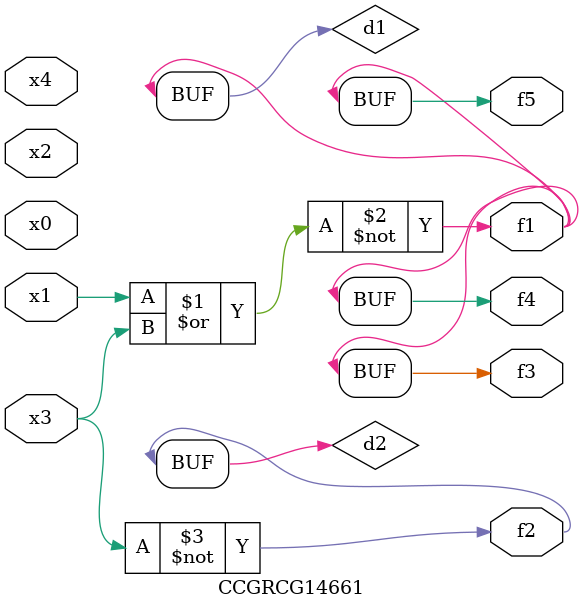
<source format=v>
module CCGRCG14661(
	input x0, x1, x2, x3, x4,
	output f1, f2, f3, f4, f5
);

	wire d1, d2;

	nor (d1, x1, x3);
	not (d2, x3);
	assign f1 = d1;
	assign f2 = d2;
	assign f3 = d1;
	assign f4 = d1;
	assign f5 = d1;
endmodule

</source>
